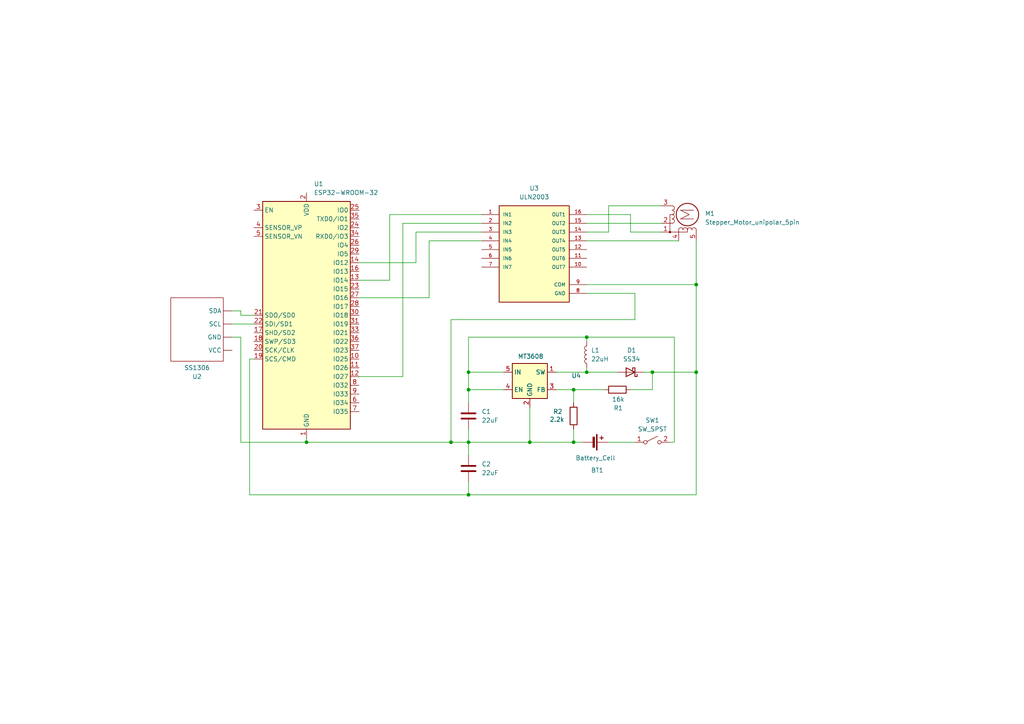
<source format=kicad_sch>
(kicad_sch (version 20250114) (generator "eeschema") (generator_version "9.0")
  (paper "A4")
  (title_block (title "Display Device (Base)") (date "2026-01-26"))
  (lib_symbols
    (symbol "Device:Battery_Cell" (pin_numbers (hide yes)) (pin_names (offset 0) (hide yes))
      (property "Reference" "BT" (at 2.54 2.54 0))
      (property "Value" "Battery_Cell" (at 2.54 0 0))
      (symbol "Battery_Cell_0_1"
        (rectangle (start -2.286 1.778) (end 2.286 1.524) (fill (type outline)))
        (rectangle (start -1.524 1.016) (end 1.524 0.508) (fill (type outline)))
        (polyline (pts (xy 0 1.778) (xy 0 2.54)))
        (polyline (pts (xy 0 0.762) (xy 0 0)))
        (polyline (pts (xy 0.762 3.048) (xy 1.778 3.048)) (stroke (width 0.254)))
        (polyline (pts (xy 1.27 3.556) (xy 1.27 2.54)) (stroke (width 0.254)))
      )
      (symbol "Battery_Cell_1_1"
        (pin passive line (at 0 5.08 270) (length 2.54) (name "+") (number "1"))
        (pin passive line (at 0 -2.54 90) (length 2.54) (name "-") (number "2"))
      )
    )
    (symbol "Device:C" (pin_numbers (hide yes)) (pin_names (offset 0.254))
      (property "Reference" "C" (at 0.635 2.54 0))
      (property "Value" "C" (at 0.635 -2.54 0))
      (symbol "C_0_1"
        (polyline (pts (xy -2.032 0.762) (xy 2.032 0.762)) (stroke (width 0.508)))
        (polyline (pts (xy -2.032 -0.762) (xy 2.032 -0.762)) (stroke (width 0.508)))
      )
      (symbol "C_1_1"
        (pin passive line (at 0 3.81 270) (length 2.794) (name "~") (number "1"))
        (pin passive line (at 0 -3.81 90) (length 2.794) (name "~") (number "2"))
      )
    )
    (symbol "Device:L" (pin_numbers (hide yes)) (pin_names (offset 1.016) (hide yes))
      (property "Reference" "L" (at -1.27 0 90))
      (property "Value" "L" (at 1.905 0 90))
      (symbol "L_0_1"
        (arc (start 0 2.54) (mid 0.6323 1.905) (end 0 1.27))
        (arc (start 0 1.27) (mid 0.6323 0.635) (end 0 0))
        (arc (start 0 0) (mid 0.6323 -0.635) (end 0 -1.27))
        (arc (start 0 -1.27) (mid 0.6323 -1.905) (end 0 -2.54))
      )
      (symbol "L_1_1"
        (pin passive line (at 0 3.81 270) (length 1.27) (name "1") (number "1"))
        (pin passive line (at 0 -3.81 90) (length 1.27) (name "2") (number "2"))
      )
    )
    (symbol "Device:R" (pin_numbers (hide yes)) (pin_names (offset 0))
      (property "Reference" "R" (at 2.032 0 90))
      (property "Value" "R" (at 0 0 90))
      (symbol "R_0_1"
        (rectangle (start -1.016 -2.54) (end 1.016 2.54) (stroke (width 0.254)))
      )
      (symbol "R_1_1"
        (pin passive line (at 0 3.81 270) (length 1.27) (name "~") (number "1"))
        (pin passive line (at 0 -3.81 90) (length 1.27) (name "~") (number "2"))
      )
    )
    (symbol "Diode:SS34" (pin_numbers (hide yes)) (pin_names (offset 1.016) (hide yes))
      (property "Reference" "D" (at 0 2.54 0))
      (property "Value" "SS34" (at 0 -2.54 0))
      (symbol "SS34_0_1"
        (polyline (pts (xy -1.905 0.635) (xy -1.905 1.27) (xy -1.27 1.27) (xy -1.27 -1.27) (xy -0.635 -1.27) (xy -0.635 -0.635)) (stroke (width 0.254)))
        (polyline (pts (xy 1.27 1.27) (xy 1.27 -1.27) (xy -1.27 0) (xy 1.27 1.27)) (stroke (width 0.254)))
        (polyline (pts (xy 1.27 0) (xy -1.27 0)))
      )
      (symbol "SS34_1_1"
        (pin passive line (at -3.81 0 0) (length 2.54) (name "K") (number "1"))
        (pin passive line (at 3.81 0 180) (length 2.54) (name "A") (number "2"))
      )
    )
    (symbol "Motor:Stepper_Motor_unipolar_5pin" (pin_names (offset 0) (hide yes))
      (property "Reference" "M" (at 3.81 2.54 0))
      (property "Value" "Stepper_Motor_unipolar_5pin" (at 3.81 1.27 0))
      (symbol "Stepper_Motor_unipolar_5pin_0_0"
        (polyline (pts (xy -1.27 -1.778) (xy -1.27 2.032) (xy 0 -0.508) (xy 1.27 2.032) (xy 1.27 -1.778)))
      )
      (symbol "Stepper_Motor_unipolar_5pin_0_1"
        (circle (center -5.08 5.08) (radius 0.0001) (fill (type outline)))
        (circle (center -5.08 5.08) (radius 0.254) (fill (type outline)))
        (polyline (pts (xy -5.08 5.08) (xy -5.08 0) (xy -4.445 0)))
        (polyline (pts (xy -5.08 2.54) (xy -4.445 2.54)))
        (polyline (pts (xy -5.08 -2.54) (xy -4.445 -2.54)))
        (arc (start -4.445 2.54) (mid -3.8127 1.905) (end -4.445 1.27))
        (arc (start -4.445 1.27) (mid -3.8127 0.635) (end -4.445 0))
        (arc (start -4.445 0) (mid -3.8127 -0.635) (end -4.445 -1.27))
        (arc (start -4.445 -1.27) (mid -3.8127 -1.905) (end -4.445 -2.54))
        (polyline (pts (xy -2.54 4.445) (xy -2.54 5.08)))
        (arc (start -1.27 4.445) (mid -1.905 3.8127) (end -2.54 4.445))
        (arc (start 0 4.445) (mid -0.635 3.8127) (end -1.27 4.445))
        (polyline (pts (xy 0 4.445) (xy 0 5.08) (xy -5.08 5.08)))
        (circle (center 0 0) (radius 3.2512) (stroke (width 0.254)))
        (arc (start 1.27 4.445) (mid 0.635 3.8127) (end 0 4.445))
        (arc (start 2.54 4.445) (mid 1.905 3.8127) (end 1.27 4.445))
        (polyline (pts (xy 2.54 4.445) (xy 2.54 5.08)))
      )
      (symbol "Stepper_Motor_unipolar_5pin_1_1"
        (pin passive line (at -7.62 2.54 0) (length 2.54) (name "~") (number "4"))
        (pin passive line (at -7.62 -2.54 0) (length 2.54) (name "~") (number "5"))
        (pin passive line (at -5.08 7.62 270) (length 2.54) (name "~") (number "1"))
        (pin passive line (at -2.54 7.62 270) (length 2.54) (name "~") (number "2"))
        (pin passive line (at 2.54 7.62 270) (length 2.54) (name "-") (number "3"))
      )
    )
    (symbol "RF_Module:ESP32-WROOM-32"
      (property "Reference" "U" (at -12.7 34.29 0))
      (property "Value" "ESP32-WROOM-32" (at 1.27 34.29 0))
      (symbol "ESP32-WROOM-32_0_1"
        (rectangle (start -12.7 33.02) (end 12.7 -33.02) (stroke (width 0.254)) (fill (type background)))
      )
      (symbol "ESP32-WROOM-32_1_1"
        (pin input line (at -15.24 30.48 0) (length 2.54) (name "EN") (number "3"))
        (pin input line (at -15.24 25.4 0) (length 2.54) (name "SENSOR_VP") (number "4"))
        (pin input line (at -15.24 22.86 0) (length 2.54) (name "SENSOR_VN") (number "5"))
        (pin bidirectional line (at -15.24 0 0) (length 2.54) (name "SDO/SD0") (number "21"))
        (pin bidirectional line (at -15.24 -2.54 0) (length 2.54) (name "SDI/SD1") (number "22"))
        (pin bidirectional line (at -15.24 -5.08 0) (length 2.54) (name "SHD/SD2") (number "17"))
        (pin bidirectional line (at -15.24 -7.62 0) (length 2.54) (name "SWP/SD3") (number "18"))
        (pin bidirectional line (at -15.24 -10.16 0) (length 2.54) (name "SCK/CLK") (number "20"))
        (pin bidirectional line (at -15.24 -12.7 0) (length 2.54) (name "SCS/CMD") (number "19"))
        (pin no_connect line (at -12.7 -27.94 0) (length 2.54) (hide yes) (name "NC") (number "32"))
        (pin power_in line (at 0 35.56 270) (length 2.54) (name "VDD") (number "2"))
        (pin power_in line (at 0 -35.56 90) (length 2.54) (name "GND") (number "1"))
        (pin passive line (at 0 -35.56 90) (length 2.54) (hide yes) (name "GND") (number "15"))
        (pin passive line (at 0 -35.56 90) (length 2.54) (hide yes) (name "GND") (number "38"))
        (pin passive line (at 0 -35.56 90) (length 2.54) (hide yes) (name "GND") (number "39"))
        (pin bidirectional line (at 15.24 30.48 180) (length 2.54) (name "IO0") (number "25"))
        (pin bidirectional line (at 15.24 27.94 180) (length 2.54) (name "TXD0/IO1") (number "35"))
        (pin bidirectional line (at 15.24 25.4 180) (length 2.54) (name "IO2") (number "24"))
        (pin bidirectional line (at 15.24 22.86 180) (length 2.54) (name "RXD0/IO3") (number "34"))
        (pin bidirectional line (at 15.24 20.32 180) (length 2.54) (name "IO4") (number "26"))
        (pin bidirectional line (at 15.24 17.78 180) (length 2.54) (name "IO5") (number "29"))
        (pin bidirectional line (at 15.24 15.24 180) (length 2.54) (name "IO12") (number "14"))
        (pin bidirectional line (at 15.24 12.7 180) (length 2.54) (name "IO13") (number "16"))
        (pin bidirectional line (at 15.24 10.16 180) (length 2.54) (name "IO14") (number "13"))
        (pin bidirectional line (at 15.24 7.62 180) (length 2.54) (name "IO15") (number "23"))
        (pin bidirectional line (at 15.24 5.08 180) (length 2.54) (name "IO16") (number "27"))
        (pin bidirectional line (at 15.24 2.54 180) (length 2.54) (name "IO17") (number "28"))
        (pin bidirectional line (at 15.24 0 180) (length 2.54) (name "IO18") (number "30"))
        (pin bidirectional line (at 15.24 -2.54 180) (length 2.54) (name "IO19") (number "31"))
        (pin bidirectional line (at 15.24 -5.08 180) (length 2.54) (name "IO21") (number "33"))
        (pin bidirectional line (at 15.24 -7.62 180) (length 2.54) (name "IO22") (number "36"))
        (pin bidirectional line (at 15.24 -10.16 180) (length 2.54) (name "IO23") (number "37"))
        (pin bidirectional line (at 15.24 -12.7 180) (length 2.54) (name "IO25") (number "10"))
        (pin bidirectional line (at 15.24 -15.24 180) (length 2.54) (name "IO26") (number "11"))
        (pin bidirectional line (at 15.24 -17.78 180) (length 2.54) (name "IO27") (number "12"))
        (pin bidirectional line (at 15.24 -20.32 180) (length 2.54) (name "IO32") (number "8"))
        (pin bidirectional line (at 15.24 -22.86 180) (length 2.54) (name "IO33") (number "9"))
        (pin input line (at 15.24 -25.4 180) (length 2.54) (name "IO34") (number "6"))
        (pin input line (at 15.24 -27.94 180) (length 2.54) (name "IO35") (number "7"))
      )
    )
    (symbol "Regulator_Switching:MT3608"
      (property "Reference" "U" (at -2.54 8.89 0))
      (property "Value" "MT3608" (at -3.81 6.35 0))
      (symbol "MT3608_0_1"
        (rectangle (start -5.08 5.08) (end 5.08 -5.08) (stroke (width 0.254)) (fill (type background)))
      )
      (symbol "MT3608_1_1"
        (pin power_in line (at -7.62 2.54 0) (length 2.54) (name "IN") (number "5"))
        (pin input line (at -7.62 -2.54 0) (length 2.54) (name "EN") (number "4"))
        (pin power_in line (at 0 -7.62 90) (length 2.54) (name "GND") (number "2"))
        (pin no_connect line (at 5.08 0 180) (length 2.54) (hide yes) (name "NC") (number "6"))
        (pin passive line (at 7.62 2.54 180) (length 2.54) (name "SW") (number "1"))
        (pin input line (at 7.62 -2.54 180) (length 2.54) (name "FB") (number "3"))
      )
    )
    (symbol "Switch:SW_SPST" (pin_names (offset 0) (hide yes))
      (property "Reference" "SW" (at 0 3.175 0))
      (property "Value" "SW_SPST" (at 0 -2.54 0))
      (symbol "SW_SPST_0_0"
        (circle (center -2.032 0) (radius 0.508))
        (polyline (pts (xy -1.524 0.254) (xy 1.524 1.778)))
        (circle (center 2.032 0) (radius 0.508))
      )
      (symbol "SW_SPST_1_1"
        (pin passive line (at -5.08 0 0) (length 2.54) (name "A") (number "1"))
        (pin passive line (at 5.08 0 180) (length 2.54) (name "B") (number "2"))
      )
    )
    (symbol "sensorcircuits:SSD1306_OLED"
      (property "Reference" "U2" (at 0 15.24 0))
      (property "Value" "SS1306" (at 0 12.7 0))
      (symbol "SSD1306_OLED_0_1"
        (rectangle (start 7.62 10.795) (end -7.62 -7.62))
      )
      (symbol "SSD1306_OLED_1_1"
        (pin power_in line (at 10.16 7.62 180) (length 2.54) (name "VCC") (number ""))
        (pin power_in line (at 10.16 3.81 180) (length 2.54) (name "GND") (number ""))
        (pin input line (at 10.16 0 180) (length 2.54) (name "SCL") (number ""))
        (pin input line (at 10.16 -3.81 180) (length 2.54) (name "SDA") (number ""))
      )
    )
    (symbol "sensorcircuits:ULN2003" (pin_names (offset 1.016))
      (property "Reference" "U" (at -10.1789 15.9045 0))
      (property "Value" "ULN2003" (at -10.1679 -15.2519 0))
      (symbol "ULN2003_0_0"
        (rectangle (start -10.16 -12.7) (end 10.16 15.24) (stroke (width 0.254)) (fill (type background)))
        (pin input line (at -15.24 12.7 0) (length 5.08) (name "IN1") (number "1"))
        (pin input line (at -15.24 10.16 0) (length 5.08) (name "IN2") (number "2"))
        (pin input line (at -15.24 7.62 0) (length 5.08) (name "IN3") (number "3"))
        (pin input line (at -15.24 5.08 0) (length 5.08) (name "IN4") (number "4"))
        (pin input line (at -15.24 2.54 0) (length 5.08) (name "IN5") (number "5"))
        (pin input line (at -15.24 0 0) (length 5.08) (name "IN6") (number "6"))
        (pin input line (at -15.24 -2.54 0) (length 5.08) (name "IN7") (number "7"))
        (pin output line (at 15.24 12.7 180) (length 5.08) (name "OUT1") (number "16"))
        (pin output line (at 15.24 10.16 180) (length 5.08) (name "OUT2") (number "15"))
        (pin output line (at 15.24 7.62 180) (length 5.08) (name "OUT3") (number "14"))
        (pin output line (at 15.24 5.08 180) (length 5.08) (name "OUT4") (number "13"))
        (pin output line (at 15.24 2.54 180) (length 5.08) (name "OUT5") (number "12"))
        (pin output line (at 15.24 0 180) (length 5.08) (name "OUT6") (number "11"))
        (pin output line (at 15.24 -2.54 180) (length 5.08) (name "OUT7") (number "10"))
        (pin power_in line (at 15.24 -7.62 180) (length 5.08) (name "COM") (number "9"))
        (pin power_in line (at 15.24 -10.16 180) (length 5.08) (name "GND") (number "8"))
      )
    )
  )
  (junction (at 170.18 107.95))
  (junction (at 135.89 128.27))
  (junction (at 170.18 97.79))
  (junction (at 135.89 107.95))
  (junction (at 166.37 128.27))
  (junction (at 201.93 107.95))
  (junction (at 135.89 113.03))
  (junction (at 130.81 128.27))
  (junction (at 189.23 107.95))
  (junction (at 153.67 128.27))
  (junction (at 166.37 113.03))
  (junction (at 135.89 143.51))
  (junction (at 88.9 128.27))
  (junction (at 201.93 82.55))
  (wire (pts (xy 120.65 67.31) (xy 120.65 76.2)))
  (wire (pts (xy 189.23 113.03) (xy 189.23 107.95)))
  (wire (pts (xy 88.9 128.27) (xy 130.81 128.27)))
  (wire (pts (xy 170.18 69.85) (xy 196.85 69.85)))
  (wire (pts (xy 124.46 69.85) (xy 124.46 86.36)))
  (wire (pts (xy 69.85 91.44) (xy 69.85 90.17)))
  (wire (pts (xy 135.89 113.03) (xy 146.05 113.03)))
  (wire (pts (xy 116.84 64.77) (xy 116.84 109.22)))
  (wire (pts (xy 72.39 104.14) (xy 72.39 143.51)))
  (wire (pts (xy 194.31 128.27) (xy 195.58 128.27)))
  (wire (pts (xy 166.37 128.27) (xy 168.91 128.27)))
  (wire (pts (xy 139.7 69.85) (xy 124.46 69.85)))
  (wire (pts (xy 176.53 128.27) (xy 184.15 128.27)))
  (wire (pts (xy 88.9 128.27) (xy 88.9 127)))
  (wire (pts (xy 135.89 97.79) (xy 135.89 107.95)))
  (wire (pts (xy 113.03 81.28) (xy 104.14 81.28)))
  (wire (pts (xy 184.15 92.71) (xy 130.81 92.71)))
  (wire (pts (xy 130.81 92.71) (xy 130.81 128.27)))
  (wire (pts (xy 69.85 97.79) (xy 69.85 128.27)))
  (wire (pts (xy 176.53 59.69) (xy 176.53 67.31)))
  (wire (pts (xy 184.15 85.09) (xy 184.15 92.71)))
  (wire (pts (xy 201.93 82.55) (xy 201.93 107.95)))
  (wire (pts (xy 130.81 128.27) (xy 135.89 128.27)))
  (wire (pts (xy 170.18 107.95) (xy 179.07 107.95)))
  (wire (pts (xy 166.37 113.03) (xy 166.37 116.84)))
  (wire (pts (xy 201.93 69.85) (xy 201.93 82.55)))
  (wire (pts (xy 135.89 139.7) (xy 135.89 143.51)))
  (wire (pts (xy 72.39 143.51) (xy 135.89 143.51)))
  (wire (pts (xy 166.37 113.03) (xy 175.26 113.03)))
  (wire (pts (xy 67.31 97.79) (xy 69.85 97.79)))
  (wire (pts (xy 182.88 67.31) (xy 182.88 62.23)))
  (wire (pts (xy 170.18 97.79) (xy 195.58 97.79)))
  (wire (pts (xy 135.89 124.46) (xy 135.89 128.27)))
  (wire (pts (xy 135.89 107.95) (xy 135.89 113.03)))
  (wire (pts (xy 201.93 82.55) (xy 170.18 82.55)))
  (wire (pts (xy 182.88 62.23) (xy 170.18 62.23)))
  (wire (pts (xy 69.85 128.27) (xy 88.9 128.27)))
  (wire (pts (xy 139.7 64.77) (xy 116.84 64.77)))
  (wire (pts (xy 176.53 59.69) (xy 191.77 59.69)))
  (wire (pts (xy 182.88 113.03) (xy 189.23 113.03)))
  (wire (pts (xy 195.58 128.27) (xy 195.58 97.79)))
  (wire (pts (xy 139.7 67.31) (xy 120.65 67.31)))
  (wire (pts (xy 170.18 64.77) (xy 191.77 64.77)))
  (wire (pts (xy 135.89 113.03) (xy 135.89 116.84)))
  (wire (pts (xy 153.67 118.11) (xy 153.67 128.27)))
  (wire (pts (xy 166.37 124.46) (xy 166.37 128.27)))
  (wire (pts (xy 69.85 90.17) (xy 67.31 90.17)))
  (wire (pts (xy 135.89 107.95) (xy 146.05 107.95)))
  (wire (pts (xy 170.18 97.79) (xy 135.89 97.79)))
  (wire (pts (xy 72.39 104.14) (xy 73.66 104.14)))
  (wire (pts (xy 135.89 128.27) (xy 153.67 128.27)))
  (wire (pts (xy 201.93 107.95) (xy 189.23 107.95)))
  (wire (pts (xy 135.89 143.51) (xy 201.93 143.51)))
  (wire (pts (xy 124.46 86.36) (xy 104.14 86.36)))
  (wire (pts (xy 120.65 76.2) (xy 104.14 76.2)))
  (wire (pts (xy 69.85 91.44) (xy 73.66 91.44)))
  (wire (pts (xy 139.7 62.23) (xy 113.03 62.23)))
  (wire (pts (xy 176.53 67.31) (xy 170.18 67.31)))
  (wire (pts (xy 153.67 128.27) (xy 166.37 128.27)))
  (wire (pts (xy 170.18 106.68) (xy 170.18 107.95)))
  (wire (pts (xy 135.89 128.27) (xy 135.89 132.08)))
  (wire (pts (xy 161.29 107.95) (xy 170.18 107.95)))
  (wire (pts (xy 201.93 107.95) (xy 201.93 143.51)))
  (wire (pts (xy 170.18 85.09) (xy 184.15 85.09)))
  (wire (pts (xy 116.84 109.22) (xy 104.14 109.22)))
  (wire (pts (xy 67.31 93.98) (xy 73.66 93.98)))
  (wire (pts (xy 170.18 97.79) (xy 170.18 99.06)))
  (wire (pts (xy 186.69 107.95) (xy 189.23 107.95)))
  (wire (pts (xy 161.29 113.03) (xy 166.37 113.03)))
  (wire (pts (xy 113.03 62.23) (xy 113.03 81.28)))
  (wire (pts (xy 182.88 67.31) (xy 191.77 67.31)))
  (symbol (lib_id "sensorcircuits:SSD1306_OLED") (at 57.15 93.98 0) (mirror x) (unit 1)
    (property "Reference" "U2" (at 57.15 109.22 0))
    (property "Value" "SS1306" (at 57.15 106.68 0))
  )
  (symbol (lib_id "sensorcircuits:ULN2003") (at 154.94 74.93 0) (unit 1)
    (property "Reference" "U3" (at 154.94 54.61 0))
    (property "Value" "ULN2003" (at 154.94 57.15 0))
    (property "Footprint" "ULN2003:DIP762W46P254L1969H533Q16" (effects (hide yes)))
    (property "MF" "Texas Instruments" (effects (hide yes)))
    (property "Description_1" "Bipolar (BJT) Transistor Array 7 NPN Darlington 50V 500mA - - Surface Mount 16-SOIC" (effects (hide yes)))
    (property "Package" "SOIC-16 National Semiconductor" (effects (hide yes)))
    (property "Price" "None" (effects (hide yes)))
    (property "Check_prices" "https://www.snapeda.com/parts/ULN2003/Texas+Instruments/view-part/?ref=eda" (effects (hide yes)))
    (property "STANDARD" "IPC-7251" (effects (hide yes)))
    (property "PARTREV" "8" (effects (hide yes)))
    (property "SnapEDA_Link" "https://www.snapeda.com/parts/ULN2003/Texas+Instruments/view-part/?ref=snap" (effects (hide yes)))
    (property "MP" "ULN2003" (effects (hide yes)))
    (property "Availability" "Not in stock" (effects (hide yes)))
    (property "MANUFACTURER" "STMicroelectronics" (effects (hide yes)))
  )
  (symbol (lib_id "Regulator_Switching:MT3608") (at 153.67 110.49 0) (unit 1)
    (property "Reference" "U4" (at 167.132 108.966 0))
    (property "Value" "MT3608" (at 153.924 103.378 0))
    (property "Footprint" "Package_TO_SOT_SMD:SOT-23-6" (effects (hide yes)))
    (property "Datasheet" "https://www.olimex.com/Products/Breadboarding/BB-PWR-3608/resources/MT3608.pdf" (effects (hide yes)))
    (property "Description" "High Efficiency 1.2MHz 2A Step Up Converter, 2-24V Vin, 28V Vout, 4A current limit, 1.2MHz, SOT23-6" (effects (hide yes)))
  )
  (symbol (lib_id "Switch:SW_SPST") (at 189.23 128.27 0) (unit 1)
    (property "Reference" "SW1" (at 189.23 121.92 0))
    (property "Value" "SW_SPST" (at 189.23 124.46 0))
    (property "Description" "Single Pole Single Throw (SPST) switch" (effects (hide yes)))
  )
  (symbol (lib_id "RF_Module:ESP32-WROOM-32") (at 88.9 91.44 0) (unit 1)
    (property "Reference" "U1" (at 91.0433 53.34 0) (effects (justify left)))
    (property "Value" "ESP32-WROOM-32" (at 91.0433 55.88 0) (effects (justify left)))
    (property "Footprint" "RF_Module:ESP32-WROOM-32" (effects (hide yes)))
    (property "Datasheet" "https://www.espressif.com/sites/default/files/documentation/esp32-wroom-32_datasheet_en.pdf" (effects (hide yes)))
    (property "Description" "RF Module, ESP32-D0WDQ6 SoC, Wi-Fi 802.11b/g/n, Bluetooth, BLE, 32-bit, 2.7-3.6V, onboard antenna, SMD" (effects (hide yes)))
  )
  (symbol (lib_id "Motor:Stepper_Motor_unipolar_5pin") (at 199.39 62.23 90) (unit 1)
    (property "Reference" "M1" (at 204.47 61.9378 90) (effects (justify right)))
    (property "Value" "Stepper_Motor_unipolar_5pin" (at 204.47 64.4778 90) (effects (justify right)))
    (property "Datasheet" "http://www.infineon.com/dgdl/Application-Note-TLE8110EE_driving_UniPolarStepperMotor_V1.1.pdf?fileId=db3a30431be39b97011be5d0aa0a00b0" (effects (hide yes)))
    (property "Description" "5-wire unipolar stepper motor" (effects (hide yes)))
  )
  (symbol (lib_id "Device:C") (at 135.89 135.89 0) (unit 1)
    (property "Reference" "C2" (at 139.7 134.6199 0) (effects (justify left)))
    (property "Value" "22uF" (at 139.7 137.1599 0) (effects (justify left)))
    (property "Description" "Unpolarized capacitor" (effects (hide yes)))
  )
  (symbol (lib_id "Device:R") (at 166.37 120.65 0) (mirror x) (unit 1)
    (property "Reference" "R2" (at 161.798 119.38 0))
    (property "Value" "2.2k" (at 161.544 121.666 0))
    (property "Description" "Resistor" (effects (hide yes)))
  )
  (symbol (lib_id "Device:C") (at 135.89 120.65 0) (unit 1)
    (property "Reference" "C1" (at 139.7 119.3799 0) (effects (justify left)))
    (property "Value" "22uF" (at 139.7 121.9199 0) (effects (justify left)))
    (property "Description" "Unpolarized capacitor" (effects (hide yes)))
  )
  (symbol (lib_id "Device:Battery_Cell") (at 171.45 128.27 270) (mirror x) (unit 1)
    (property "Reference" "BT1" (at 173.228 136.398 90))
    (property "Value" "Battery_Cell" (at 172.72 132.842 90))
    (property "Description" "Single-cell battery" (effects (hide yes)))
  )
  (symbol (lib_id "Device:L") (at 170.18 102.87 180) (unit 1)
    (property "Reference" "L1" (at 171.45 101.5999 0) (effects (justify right)))
    (property "Value" "22uH" (at 171.45 104.1399 0) (effects (justify right)))
    (property "Description" "Inductor" (effects (hide yes)))
  )
  (symbol (lib_id "Diode:SS34") (at 182.88 107.95 180) (unit 1)
    (property "Reference" "D1" (at 183.1975 101.6 0))
    (property "Value" "SS34" (at 183.1975 104.14 0))
    (property "Footprint" "Diode_SMD:D_SMA" (effects (hide yes)))
    (property "Datasheet" "https://www.vishay.com/docs/88751/ss32.pdf" (effects (hide yes)))
    (property "Description" "40V 3A Schottky Diode, SMA" (effects (hide yes)))
  )
  (symbol (lib_id "Device:R") (at 179.07 113.03 90) (unit 1)
    (property "Reference" "R1" (at 179.324 118.364 90))
    (property "Value" "16k" (at 179.324 115.824 90))
    (property "Description" "Resistor" (effects (hide yes)))
  )
)
</source>
